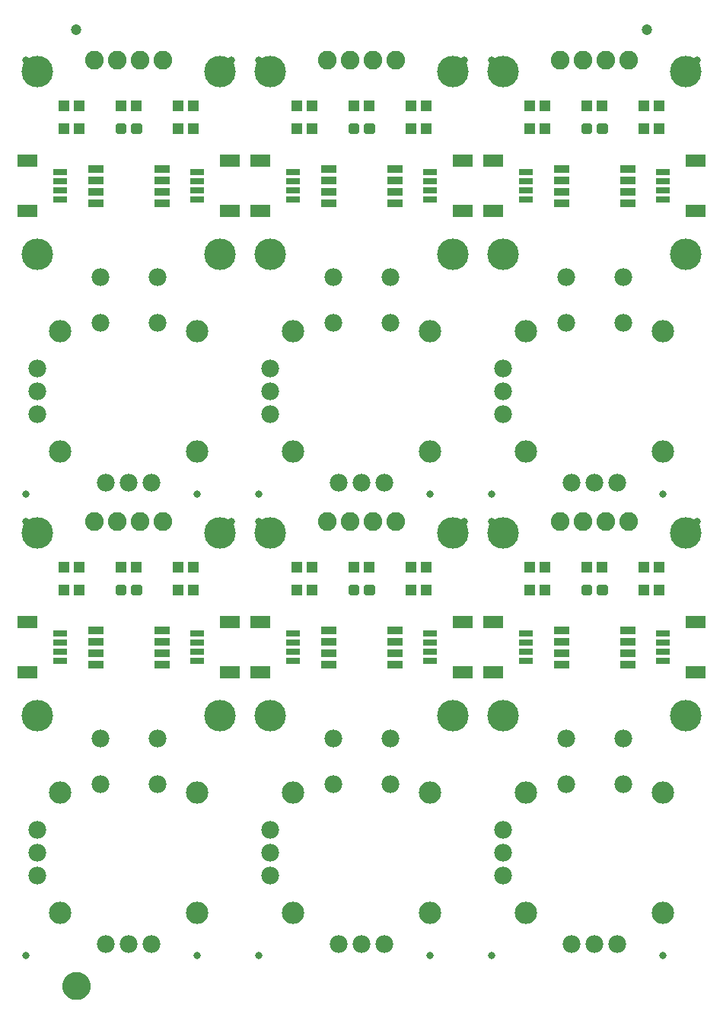
<source format=gts>
G75*
%MOIN*%
%OFA0B0*%
%FSLAX25Y25*%
%IPPOS*%
%LPD*%
%AMOC8*
5,1,8,0,0,1.08239X$1,22.5*
%
%ADD10R,0.05131X0.04737*%
%ADD11C,0.01990*%
%ADD12C,0.13800*%
%ADD13R,0.08674X0.05524*%
%ADD14R,0.06115X0.03162*%
%ADD15C,0.08200*%
%ADD16C,0.03300*%
%ADD17C,0.09800*%
%ADD18C,0.07800*%
%ADD19R,0.06800X0.03800*%
%ADD20C,0.04737*%
%ADD21C,0.05000*%
%ADD22C,0.06706*%
D10*
X0154987Y0293933D03*
X0161680Y0293933D03*
X0161680Y0303933D03*
X0154987Y0303933D03*
X0179987Y0303933D03*
X0186680Y0303933D03*
X0204987Y0303933D03*
X0211680Y0303933D03*
X0211680Y0293933D03*
X0204987Y0293933D03*
X0256987Y0293933D03*
X0263680Y0293933D03*
X0263680Y0303933D03*
X0256987Y0303933D03*
X0281987Y0303933D03*
X0288680Y0303933D03*
X0306987Y0303933D03*
X0313680Y0303933D03*
X0313680Y0293933D03*
X0306987Y0293933D03*
X0358987Y0293933D03*
X0365680Y0293933D03*
X0365680Y0303933D03*
X0358987Y0303933D03*
X0383987Y0303933D03*
X0390680Y0303933D03*
X0408987Y0303933D03*
X0415680Y0303933D03*
X0415680Y0293933D03*
X0408987Y0293933D03*
X0408987Y0495933D03*
X0415680Y0495933D03*
X0415680Y0505933D03*
X0408987Y0505933D03*
X0390680Y0505933D03*
X0383987Y0505933D03*
X0365680Y0505933D03*
X0358987Y0505933D03*
X0358987Y0495933D03*
X0365680Y0495933D03*
X0313680Y0495933D03*
X0306987Y0495933D03*
X0306987Y0505933D03*
X0313680Y0505933D03*
X0288680Y0505933D03*
X0281987Y0505933D03*
X0263680Y0505933D03*
X0256987Y0505933D03*
X0256987Y0495933D03*
X0263680Y0495933D03*
X0211680Y0495933D03*
X0204987Y0495933D03*
X0204987Y0505933D03*
X0211680Y0505933D03*
X0186680Y0505933D03*
X0179987Y0505933D03*
X0161680Y0505933D03*
X0154987Y0505933D03*
X0154987Y0495933D03*
X0161680Y0495933D03*
D11*
X0181254Y0497306D02*
X0181254Y0494560D01*
X0178508Y0494560D01*
X0178508Y0497306D01*
X0181254Y0497306D01*
X0181254Y0496450D02*
X0178508Y0496450D01*
X0188159Y0497306D02*
X0188159Y0494560D01*
X0185413Y0494560D01*
X0185413Y0497306D01*
X0188159Y0497306D01*
X0188159Y0496450D02*
X0185413Y0496450D01*
X0283254Y0497306D02*
X0283254Y0494560D01*
X0280508Y0494560D01*
X0280508Y0497306D01*
X0283254Y0497306D01*
X0283254Y0496450D02*
X0280508Y0496450D01*
X0290159Y0497306D02*
X0290159Y0494560D01*
X0287413Y0494560D01*
X0287413Y0497306D01*
X0290159Y0497306D01*
X0290159Y0496450D02*
X0287413Y0496450D01*
X0385254Y0497306D02*
X0385254Y0494560D01*
X0382508Y0494560D01*
X0382508Y0497306D01*
X0385254Y0497306D01*
X0385254Y0496450D02*
X0382508Y0496450D01*
X0392159Y0497306D02*
X0392159Y0494560D01*
X0389413Y0494560D01*
X0389413Y0497306D01*
X0392159Y0497306D01*
X0392159Y0496450D02*
X0389413Y0496450D01*
X0392159Y0295306D02*
X0392159Y0292560D01*
X0389413Y0292560D01*
X0389413Y0295306D01*
X0392159Y0295306D01*
X0392159Y0294450D02*
X0389413Y0294450D01*
X0385254Y0295306D02*
X0385254Y0292560D01*
X0382508Y0292560D01*
X0382508Y0295306D01*
X0385254Y0295306D01*
X0385254Y0294450D02*
X0382508Y0294450D01*
X0290159Y0295306D02*
X0290159Y0292560D01*
X0287413Y0292560D01*
X0287413Y0295306D01*
X0290159Y0295306D01*
X0290159Y0294450D02*
X0287413Y0294450D01*
X0283254Y0295306D02*
X0283254Y0292560D01*
X0280508Y0292560D01*
X0280508Y0295306D01*
X0283254Y0295306D01*
X0283254Y0294450D02*
X0280508Y0294450D01*
X0188159Y0295306D02*
X0188159Y0292560D01*
X0185413Y0292560D01*
X0185413Y0295306D01*
X0188159Y0295306D01*
X0188159Y0294450D02*
X0185413Y0294450D01*
X0181254Y0295306D02*
X0181254Y0292560D01*
X0178508Y0292560D01*
X0178508Y0295306D01*
X0181254Y0295306D01*
X0181254Y0294450D02*
X0178508Y0294450D01*
D12*
X0143333Y0318933D03*
X0143333Y0238933D03*
X0223333Y0238933D03*
X0245333Y0238933D03*
X0245333Y0318933D03*
X0223333Y0318933D03*
X0325333Y0318933D03*
X0347333Y0318933D03*
X0347333Y0238933D03*
X0325333Y0238933D03*
X0427333Y0238933D03*
X0427333Y0318933D03*
X0427333Y0440933D03*
X0427333Y0520933D03*
X0347333Y0520933D03*
X0325333Y0520933D03*
X0325333Y0440933D03*
X0347333Y0440933D03*
X0245333Y0440933D03*
X0223333Y0440933D03*
X0223333Y0520933D03*
X0245333Y0520933D03*
X0143333Y0520933D03*
X0143333Y0440933D03*
D13*
X0138865Y0459909D03*
X0138865Y0481957D03*
X0227802Y0481957D03*
X0240865Y0481957D03*
X0240865Y0459909D03*
X0227802Y0459909D03*
X0329802Y0459909D03*
X0342865Y0459909D03*
X0342865Y0481957D03*
X0329802Y0481957D03*
X0431802Y0481957D03*
X0431802Y0459909D03*
X0431802Y0279957D03*
X0431802Y0257909D03*
X0342865Y0257909D03*
X0329802Y0257909D03*
X0329802Y0279957D03*
X0342865Y0279957D03*
X0240865Y0279957D03*
X0227802Y0279957D03*
X0227802Y0257909D03*
X0240865Y0257909D03*
X0138865Y0257909D03*
X0138865Y0279957D03*
D14*
X0153333Y0274839D03*
X0153333Y0270902D03*
X0153333Y0266965D03*
X0153333Y0263028D03*
X0213333Y0263028D03*
X0213333Y0266965D03*
X0213333Y0270902D03*
X0213333Y0274839D03*
X0255333Y0274839D03*
X0255333Y0270902D03*
X0255333Y0266965D03*
X0255333Y0263028D03*
X0315333Y0263028D03*
X0315333Y0266965D03*
X0315333Y0270902D03*
X0315333Y0274839D03*
X0357333Y0274839D03*
X0357333Y0270902D03*
X0357333Y0266965D03*
X0357333Y0263028D03*
X0417333Y0263028D03*
X0417333Y0266965D03*
X0417333Y0270902D03*
X0417333Y0274839D03*
X0417333Y0465028D03*
X0417333Y0468965D03*
X0417333Y0472902D03*
X0417333Y0476839D03*
X0357333Y0476839D03*
X0357333Y0472902D03*
X0357333Y0468965D03*
X0357333Y0465028D03*
X0315333Y0465028D03*
X0315333Y0468965D03*
X0315333Y0472902D03*
X0315333Y0476839D03*
X0255333Y0476839D03*
X0255333Y0472902D03*
X0255333Y0468965D03*
X0255333Y0465028D03*
X0213333Y0465028D03*
X0213333Y0468965D03*
X0213333Y0472902D03*
X0213333Y0476839D03*
X0153333Y0476839D03*
X0153333Y0472902D03*
X0153333Y0468965D03*
X0153333Y0465028D03*
D15*
X0168333Y0525933D03*
X0178333Y0525933D03*
X0188333Y0525933D03*
X0198333Y0525933D03*
X0270333Y0525933D03*
X0280333Y0525933D03*
X0290333Y0525933D03*
X0300333Y0525933D03*
X0372333Y0525933D03*
X0382333Y0525933D03*
X0392333Y0525933D03*
X0402333Y0525933D03*
X0402333Y0323933D03*
X0392333Y0323933D03*
X0382333Y0323933D03*
X0372333Y0323933D03*
X0300333Y0323933D03*
X0290333Y0323933D03*
X0280333Y0323933D03*
X0270333Y0323933D03*
X0198333Y0323933D03*
X0188333Y0323933D03*
X0178333Y0323933D03*
X0168333Y0323933D03*
D16*
X0138333Y0133933D03*
X0213333Y0133933D03*
X0240333Y0133933D03*
X0315333Y0133933D03*
X0342333Y0133933D03*
X0417333Y0133933D03*
X0432333Y0323933D03*
X0417333Y0335933D03*
X0342333Y0335933D03*
X0342333Y0323933D03*
X0330333Y0323933D03*
X0315333Y0335933D03*
X0240333Y0335933D03*
X0240333Y0323933D03*
X0228333Y0323933D03*
X0213333Y0335933D03*
X0138333Y0335933D03*
X0138333Y0323933D03*
X0138333Y0525933D03*
X0228333Y0525933D03*
X0240333Y0525933D03*
X0330333Y0525933D03*
X0342333Y0525933D03*
X0432333Y0525933D03*
D17*
X0417333Y0407183D03*
X0417333Y0354683D03*
X0357333Y0354683D03*
X0315333Y0354683D03*
X0315333Y0407183D03*
X0357333Y0407183D03*
X0255333Y0407183D03*
X0213333Y0407183D03*
X0213333Y0354683D03*
X0255333Y0354683D03*
X0153333Y0354683D03*
X0153333Y0407183D03*
X0153333Y0205183D03*
X0153333Y0152683D03*
X0213333Y0152683D03*
X0255333Y0152683D03*
X0255333Y0205183D03*
X0213333Y0205183D03*
X0315333Y0205183D03*
X0357333Y0205183D03*
X0357333Y0152683D03*
X0315333Y0152683D03*
X0417333Y0152683D03*
X0417333Y0205183D03*
D18*
X0399833Y0208933D03*
X0399833Y0228933D03*
X0374833Y0228933D03*
X0374833Y0208933D03*
X0347333Y0188933D03*
X0347333Y0178933D03*
X0347333Y0168933D03*
X0377333Y0138933D03*
X0387333Y0138933D03*
X0397333Y0138933D03*
X0295333Y0138933D03*
X0285333Y0138933D03*
X0275333Y0138933D03*
X0245333Y0168933D03*
X0245333Y0178933D03*
X0245333Y0188933D03*
X0272833Y0208933D03*
X0272833Y0228933D03*
X0297833Y0228933D03*
X0297833Y0208933D03*
X0195833Y0208933D03*
X0195833Y0228933D03*
X0170833Y0228933D03*
X0170833Y0208933D03*
X0143333Y0188933D03*
X0143333Y0178933D03*
X0143333Y0168933D03*
X0173333Y0138933D03*
X0183333Y0138933D03*
X0193333Y0138933D03*
X0193333Y0340933D03*
X0183333Y0340933D03*
X0173333Y0340933D03*
X0143333Y0370933D03*
X0143333Y0380933D03*
X0143333Y0390933D03*
X0170833Y0410933D03*
X0170833Y0430933D03*
X0195833Y0430933D03*
X0195833Y0410933D03*
X0245333Y0390933D03*
X0245333Y0380933D03*
X0245333Y0370933D03*
X0275333Y0340933D03*
X0285333Y0340933D03*
X0295333Y0340933D03*
X0347333Y0370933D03*
X0347333Y0380933D03*
X0347333Y0390933D03*
X0374833Y0410933D03*
X0374833Y0430933D03*
X0399833Y0430933D03*
X0399833Y0410933D03*
X0397333Y0340933D03*
X0387333Y0340933D03*
X0377333Y0340933D03*
X0297833Y0410933D03*
X0297833Y0430933D03*
X0272833Y0430933D03*
X0272833Y0410933D03*
D19*
X0270833Y0463433D03*
X0270833Y0468433D03*
X0270833Y0473433D03*
X0270833Y0478433D03*
X0300007Y0478433D03*
X0300007Y0473433D03*
X0300007Y0468433D03*
X0300007Y0463433D03*
X0372833Y0463433D03*
X0372833Y0468433D03*
X0372833Y0473433D03*
X0372833Y0478433D03*
X0402007Y0478433D03*
X0402007Y0473433D03*
X0402007Y0468433D03*
X0402007Y0463433D03*
X0402007Y0276433D03*
X0402007Y0271433D03*
X0402007Y0266433D03*
X0402007Y0261433D03*
X0372833Y0261433D03*
X0372833Y0266433D03*
X0372833Y0271433D03*
X0372833Y0276433D03*
X0300007Y0276433D03*
X0300007Y0271433D03*
X0300007Y0266433D03*
X0300007Y0261433D03*
X0270833Y0261433D03*
X0270833Y0266433D03*
X0270833Y0271433D03*
X0270833Y0276433D03*
X0198007Y0276433D03*
X0198007Y0271433D03*
X0198007Y0266433D03*
X0198007Y0261433D03*
X0168833Y0261433D03*
X0168833Y0266433D03*
X0168833Y0271433D03*
X0168833Y0276433D03*
X0168833Y0463433D03*
X0168833Y0468433D03*
X0168833Y0473433D03*
X0168833Y0478433D03*
X0198007Y0478433D03*
X0198007Y0473433D03*
X0198007Y0468433D03*
X0198007Y0463433D03*
D20*
X0160333Y0539183D03*
X0410333Y0539183D03*
D21*
X0156768Y0120683D02*
X0156770Y0120802D01*
X0156776Y0120921D01*
X0156786Y0121040D01*
X0156800Y0121158D01*
X0156818Y0121276D01*
X0156839Y0121393D01*
X0156865Y0121509D01*
X0156895Y0121625D01*
X0156928Y0121739D01*
X0156965Y0121852D01*
X0157006Y0121964D01*
X0157051Y0122075D01*
X0157099Y0122184D01*
X0157151Y0122291D01*
X0157207Y0122396D01*
X0157266Y0122500D01*
X0157328Y0122601D01*
X0157394Y0122701D01*
X0157463Y0122798D01*
X0157535Y0122892D01*
X0157611Y0122985D01*
X0157689Y0123074D01*
X0157770Y0123161D01*
X0157855Y0123246D01*
X0157942Y0123327D01*
X0158031Y0123405D01*
X0158124Y0123481D01*
X0158218Y0123553D01*
X0158315Y0123622D01*
X0158415Y0123688D01*
X0158516Y0123750D01*
X0158620Y0123809D01*
X0158725Y0123865D01*
X0158832Y0123917D01*
X0158941Y0123965D01*
X0159052Y0124010D01*
X0159164Y0124051D01*
X0159277Y0124088D01*
X0159391Y0124121D01*
X0159507Y0124151D01*
X0159623Y0124177D01*
X0159740Y0124198D01*
X0159858Y0124216D01*
X0159976Y0124230D01*
X0160095Y0124240D01*
X0160214Y0124246D01*
X0160333Y0124248D01*
X0160452Y0124246D01*
X0160571Y0124240D01*
X0160690Y0124230D01*
X0160808Y0124216D01*
X0160926Y0124198D01*
X0161043Y0124177D01*
X0161159Y0124151D01*
X0161275Y0124121D01*
X0161389Y0124088D01*
X0161502Y0124051D01*
X0161614Y0124010D01*
X0161725Y0123965D01*
X0161834Y0123917D01*
X0161941Y0123865D01*
X0162046Y0123809D01*
X0162150Y0123750D01*
X0162251Y0123688D01*
X0162351Y0123622D01*
X0162448Y0123553D01*
X0162542Y0123481D01*
X0162635Y0123405D01*
X0162724Y0123327D01*
X0162811Y0123246D01*
X0162896Y0123161D01*
X0162977Y0123074D01*
X0163055Y0122985D01*
X0163131Y0122892D01*
X0163203Y0122798D01*
X0163272Y0122701D01*
X0163338Y0122601D01*
X0163400Y0122500D01*
X0163459Y0122396D01*
X0163515Y0122291D01*
X0163567Y0122184D01*
X0163615Y0122075D01*
X0163660Y0121964D01*
X0163701Y0121852D01*
X0163738Y0121739D01*
X0163771Y0121625D01*
X0163801Y0121509D01*
X0163827Y0121393D01*
X0163848Y0121276D01*
X0163866Y0121158D01*
X0163880Y0121040D01*
X0163890Y0120921D01*
X0163896Y0120802D01*
X0163898Y0120683D01*
X0163896Y0120564D01*
X0163890Y0120445D01*
X0163880Y0120326D01*
X0163866Y0120208D01*
X0163848Y0120090D01*
X0163827Y0119973D01*
X0163801Y0119857D01*
X0163771Y0119741D01*
X0163738Y0119627D01*
X0163701Y0119514D01*
X0163660Y0119402D01*
X0163615Y0119291D01*
X0163567Y0119182D01*
X0163515Y0119075D01*
X0163459Y0118970D01*
X0163400Y0118866D01*
X0163338Y0118765D01*
X0163272Y0118665D01*
X0163203Y0118568D01*
X0163131Y0118474D01*
X0163055Y0118381D01*
X0162977Y0118292D01*
X0162896Y0118205D01*
X0162811Y0118120D01*
X0162724Y0118039D01*
X0162635Y0117961D01*
X0162542Y0117885D01*
X0162448Y0117813D01*
X0162351Y0117744D01*
X0162251Y0117678D01*
X0162150Y0117616D01*
X0162046Y0117557D01*
X0161941Y0117501D01*
X0161834Y0117449D01*
X0161725Y0117401D01*
X0161614Y0117356D01*
X0161502Y0117315D01*
X0161389Y0117278D01*
X0161275Y0117245D01*
X0161159Y0117215D01*
X0161043Y0117189D01*
X0160926Y0117168D01*
X0160808Y0117150D01*
X0160690Y0117136D01*
X0160571Y0117126D01*
X0160452Y0117120D01*
X0160333Y0117118D01*
X0160214Y0117120D01*
X0160095Y0117126D01*
X0159976Y0117136D01*
X0159858Y0117150D01*
X0159740Y0117168D01*
X0159623Y0117189D01*
X0159507Y0117215D01*
X0159391Y0117245D01*
X0159277Y0117278D01*
X0159164Y0117315D01*
X0159052Y0117356D01*
X0158941Y0117401D01*
X0158832Y0117449D01*
X0158725Y0117501D01*
X0158620Y0117557D01*
X0158516Y0117616D01*
X0158415Y0117678D01*
X0158315Y0117744D01*
X0158218Y0117813D01*
X0158124Y0117885D01*
X0158031Y0117961D01*
X0157942Y0118039D01*
X0157855Y0118120D01*
X0157770Y0118205D01*
X0157689Y0118292D01*
X0157611Y0118381D01*
X0157535Y0118474D01*
X0157463Y0118568D01*
X0157394Y0118665D01*
X0157328Y0118765D01*
X0157266Y0118866D01*
X0157207Y0118970D01*
X0157151Y0119075D01*
X0157099Y0119182D01*
X0157051Y0119291D01*
X0157006Y0119402D01*
X0156965Y0119514D01*
X0156928Y0119627D01*
X0156895Y0119741D01*
X0156865Y0119857D01*
X0156839Y0119973D01*
X0156818Y0120090D01*
X0156800Y0120208D01*
X0156786Y0120326D01*
X0156776Y0120445D01*
X0156770Y0120564D01*
X0156768Y0120683D01*
D22*
X0160333Y0120683D03*
M02*

</source>
